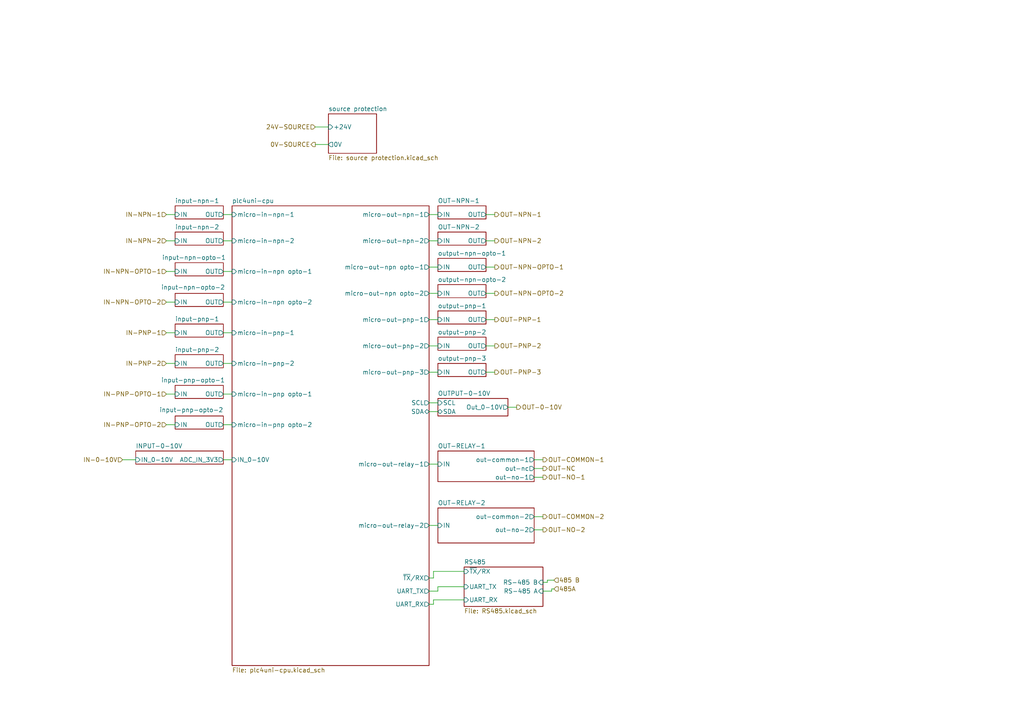
<source format=kicad_sch>
(kicad_sch
	(version 20250114)
	(generator "eeschema")
	(generator_version "9.0")
	(uuid "108a2b00-63fb-4531-b432-4e190b2d8ee6")
	(paper "A4")
	(lib_symbols)
	(wire
		(pts
			(xy 140.97 107.95) (xy 143.51 107.95)
		)
		(stroke
			(width 0)
			(type default)
		)
		(uuid "08e2428c-6899-469c-b433-cecf74bb0e9b")
	)
	(wire
		(pts
			(xy 127 170.18) (xy 127 171.45)
		)
		(stroke
			(width 0)
			(type default)
		)
		(uuid "0ad8ceee-e862-4164-aabe-42f7abf1c9da")
	)
	(wire
		(pts
			(xy 127 171.45) (xy 124.46 171.45)
		)
		(stroke
			(width 0)
			(type default)
		)
		(uuid "0bc66b4b-c60b-4d1b-a5df-c693a0d9e1f4")
	)
	(wire
		(pts
			(xy 64.77 96.52) (xy 67.31 96.52)
		)
		(stroke
			(width 0)
			(type default)
		)
		(uuid "0bc9b6be-5cdc-4ee6-8e0e-39d28396e47e")
	)
	(wire
		(pts
			(xy 140.97 62.23) (xy 143.51 62.23)
		)
		(stroke
			(width 0)
			(type default)
		)
		(uuid "12563cf5-327a-46d7-8d76-5d10a4101e4b")
	)
	(wire
		(pts
			(xy 154.94 149.86) (xy 157.48 149.86)
		)
		(stroke
			(width 0)
			(type default)
		)
		(uuid "1257bb80-4274-4699-8bf1-182e3d15f6d3")
	)
	(wire
		(pts
			(xy 160.02 170.815) (xy 160.655 170.815)
		)
		(stroke
			(width 0)
			(type default)
		)
		(uuid "13f9594a-cfd1-4f66-99c5-f5f16cf3cea6")
	)
	(wire
		(pts
			(xy 158.75 168.275) (xy 160.655 168.275)
		)
		(stroke
			(width 0)
			(type default)
		)
		(uuid "143898dd-b15e-4f3e-9aa2-1646f686d80e")
	)
	(wire
		(pts
			(xy 48.26 96.52) (xy 50.8 96.52)
		)
		(stroke
			(width 0)
			(type default)
		)
		(uuid "158c3a5d-6702-44e8-a264-b8c7b03699c8")
	)
	(wire
		(pts
			(xy 64.77 87.63) (xy 67.31 87.63)
		)
		(stroke
			(width 0)
			(type default)
		)
		(uuid "178b2a28-925c-4acd-abc2-0ee5f7035520")
	)
	(wire
		(pts
			(xy 124.46 107.95) (xy 127 107.95)
		)
		(stroke
			(width 0)
			(type default)
		)
		(uuid "1cbb8e10-156f-4d85-8142-74ad761bcc51")
	)
	(wire
		(pts
			(xy 35.56 133.35) (xy 39.37 133.35)
		)
		(stroke
			(width 0)
			(type default)
		)
		(uuid "1cd7e752-e3d8-4f5a-8357-a82c9483435c")
	)
	(wire
		(pts
			(xy 125.73 165.735) (xy 125.73 167.64)
		)
		(stroke
			(width 0)
			(type default)
		)
		(uuid "1d19c16a-0812-4cfb-b03f-5342692c784e")
	)
	(wire
		(pts
			(xy 124.46 152.4) (xy 127 152.4)
		)
		(stroke
			(width 0)
			(type default)
		)
		(uuid "1de3b157-452b-44ab-bf7b-28efd5ac835f")
	)
	(wire
		(pts
			(xy 140.97 77.47) (xy 143.51 77.47)
		)
		(stroke
			(width 0)
			(type default)
		)
		(uuid "1e9a1edc-150e-4a19-98d5-1e277596b6d5")
	)
	(wire
		(pts
			(xy 125.73 167.64) (xy 124.46 167.64)
		)
		(stroke
			(width 0)
			(type default)
		)
		(uuid "25add277-dd90-4646-81a4-9d3d9ba76d6b")
	)
	(wire
		(pts
			(xy 48.26 62.23) (xy 50.8 62.23)
		)
		(stroke
			(width 0)
			(type default)
		)
		(uuid "2ba707cf-9454-40a6-b7a1-1f0a61a364e0")
	)
	(wire
		(pts
			(xy 160.02 171.45) (xy 160.02 170.815)
		)
		(stroke
			(width 0)
			(type default)
		)
		(uuid "2e5928d2-f514-4e45-a79e-455ce574ec17")
	)
	(wire
		(pts
			(xy 124.46 134.62) (xy 127 134.62)
		)
		(stroke
			(width 0)
			(type default)
		)
		(uuid "30ebae37-a35d-40ca-8f6e-68888cc93512")
	)
	(wire
		(pts
			(xy 134.62 170.18) (xy 127 170.18)
		)
		(stroke
			(width 0)
			(type default)
		)
		(uuid "39de9695-cdb1-44c5-bd0a-b9fe0ca86a7a")
	)
	(wire
		(pts
			(xy 154.94 138.43) (xy 157.48 138.43)
		)
		(stroke
			(width 0)
			(type default)
		)
		(uuid "3e595b28-5351-4c03-8aad-36b17380d608")
	)
	(wire
		(pts
			(xy 157.48 168.91) (xy 158.75 168.91)
		)
		(stroke
			(width 0)
			(type default)
		)
		(uuid "43295e98-aa05-4892-bb1d-be08e4e90333")
	)
	(wire
		(pts
			(xy 158.75 168.91) (xy 158.75 168.275)
		)
		(stroke
			(width 0)
			(type default)
		)
		(uuid "43e584aa-6dd7-422e-a22d-68ba5a2535b7")
	)
	(wire
		(pts
			(xy 140.97 92.71) (xy 143.51 92.71)
		)
		(stroke
			(width 0)
			(type default)
		)
		(uuid "44a9a054-2aa7-49a2-9dae-043d62551458")
	)
	(wire
		(pts
			(xy 124.46 69.85) (xy 127 69.85)
		)
		(stroke
			(width 0)
			(type default)
		)
		(uuid "4548bc9c-ad10-4e5b-826c-e7409e4e790f")
	)
	(wire
		(pts
			(xy 157.48 171.45) (xy 160.02 171.45)
		)
		(stroke
			(width 0)
			(type default)
		)
		(uuid "46a2afbb-f90f-48c1-924a-d0506ce95fa6")
	)
	(wire
		(pts
			(xy 48.26 78.74) (xy 50.8 78.74)
		)
		(stroke
			(width 0)
			(type default)
		)
		(uuid "4794d94a-79b0-46e3-aec6-5e814c907279")
	)
	(wire
		(pts
			(xy 124.46 116.84) (xy 127 116.84)
		)
		(stroke
			(width 0)
			(type default)
		)
		(uuid "4bf20734-1be2-404a-bddc-1025872093ea")
	)
	(wire
		(pts
			(xy 154.94 133.35) (xy 157.48 133.35)
		)
		(stroke
			(width 0)
			(type default)
		)
		(uuid "4cca040e-80fa-49ba-aa86-e5ac502928ee")
	)
	(wire
		(pts
			(xy 64.77 62.23) (xy 67.31 62.23)
		)
		(stroke
			(width 0)
			(type default)
		)
		(uuid "5a447963-c15f-4bcb-96cb-c25007c782ed")
	)
	(wire
		(pts
			(xy 64.77 78.74) (xy 67.31 78.74)
		)
		(stroke
			(width 0)
			(type default)
		)
		(uuid "5a9c0d4a-7b0e-43a5-9a63-6afb1609f990")
	)
	(wire
		(pts
			(xy 48.26 114.3) (xy 50.8 114.3)
		)
		(stroke
			(width 0)
			(type default)
		)
		(uuid "696ab09e-ff9f-4bf2-a22a-d9255af69731")
	)
	(wire
		(pts
			(xy 125.73 173.99) (xy 125.73 175.26)
		)
		(stroke
			(width 0)
			(type default)
		)
		(uuid "7339c650-3b6e-4570-9de6-1564f5e145d7")
	)
	(wire
		(pts
			(xy 48.26 69.85) (xy 50.8 69.85)
		)
		(stroke
			(width 0)
			(type default)
		)
		(uuid "7921fd0d-8d7d-432f-8470-c5d0e7099288")
	)
	(wire
		(pts
			(xy 64.77 133.35) (xy 67.31 133.35)
		)
		(stroke
			(width 0)
			(type default)
		)
		(uuid "7929a673-d7da-428f-920a-55d1b53e0cf1")
	)
	(wire
		(pts
			(xy 91.44 36.83) (xy 95.25 36.83)
		)
		(stroke
			(width 0)
			(type default)
		)
		(uuid "898f87e9-a835-4f0e-b177-58727d678011")
	)
	(wire
		(pts
			(xy 134.62 165.735) (xy 125.73 165.735)
		)
		(stroke
			(width 0)
			(type default)
		)
		(uuid "8d3d337b-b69c-4cd7-bf05-7d938b66079e")
	)
	(wire
		(pts
			(xy 140.97 69.85) (xy 143.51 69.85)
		)
		(stroke
			(width 0)
			(type default)
		)
		(uuid "8d7da78e-0b0a-4552-a5ca-cda61331393a")
	)
	(wire
		(pts
			(xy 48.26 87.63) (xy 50.8 87.63)
		)
		(stroke
			(width 0)
			(type default)
		)
		(uuid "968714ba-ca63-4521-b43a-65acc23a71b8")
	)
	(wire
		(pts
			(xy 124.46 85.09) (xy 127 85.09)
		)
		(stroke
			(width 0)
			(type default)
		)
		(uuid "96b98948-c2fa-41e5-819a-41c5a80ba4d3")
	)
	(wire
		(pts
			(xy 64.77 69.85) (xy 67.31 69.85)
		)
		(stroke
			(width 0)
			(type default)
		)
		(uuid "9cb07727-1380-4578-ba1b-654046bd84fe")
	)
	(wire
		(pts
			(xy 124.46 77.47) (xy 127 77.47)
		)
		(stroke
			(width 0)
			(type default)
		)
		(uuid "adccb5f3-1075-44b6-8503-c4d6aea45c2d")
	)
	(wire
		(pts
			(xy 124.46 100.33) (xy 127 100.33)
		)
		(stroke
			(width 0)
			(type default)
		)
		(uuid "b27cac00-8686-4a5d-ae04-ca2f34ee2493")
	)
	(wire
		(pts
			(xy 154.94 135.89) (xy 157.48 135.89)
		)
		(stroke
			(width 0)
			(type default)
		)
		(uuid "b8487e61-b337-40d5-8957-40bd7822655d")
	)
	(wire
		(pts
			(xy 64.77 123.19) (xy 67.31 123.19)
		)
		(stroke
			(width 0)
			(type default)
		)
		(uuid "bdcf8fe9-7147-4b35-8eec-6abc4c7924c9")
	)
	(wire
		(pts
			(xy 124.46 92.71) (xy 127 92.71)
		)
		(stroke
			(width 0)
			(type default)
		)
		(uuid "bf8516f0-dbbb-4cb5-acf3-e3ee69112f21")
	)
	(wire
		(pts
			(xy 125.73 175.26) (xy 124.46 175.26)
		)
		(stroke
			(width 0)
			(type default)
		)
		(uuid "c1ae0077-e716-4e97-aa19-357f4a6a1018")
	)
	(wire
		(pts
			(xy 140.97 100.33) (xy 143.51 100.33)
		)
		(stroke
			(width 0)
			(type default)
		)
		(uuid "c2d76827-d02f-4b40-b818-46f3ae687ea3")
	)
	(wire
		(pts
			(xy 147.32 118.11) (xy 149.86 118.11)
		)
		(stroke
			(width 0)
			(type default)
		)
		(uuid "c5c94505-228a-48e2-8c16-36eb54e5427e")
	)
	(wire
		(pts
			(xy 134.62 173.99) (xy 125.73 173.99)
		)
		(stroke
			(width 0)
			(type default)
		)
		(uuid "c70f8b29-2398-4368-a730-632135fb31ce")
	)
	(wire
		(pts
			(xy 124.46 62.23) (xy 127 62.23)
		)
		(stroke
			(width 0)
			(type default)
		)
		(uuid "c9b0d4ae-dec2-4ad5-9952-4dd79948917b")
	)
	(wire
		(pts
			(xy 64.77 114.3) (xy 67.31 114.3)
		)
		(stroke
			(width 0)
			(type default)
		)
		(uuid "d04e8108-ce60-4d3c-8ae4-b7a6eaabdd32")
	)
	(wire
		(pts
			(xy 48.26 105.41) (xy 50.8 105.41)
		)
		(stroke
			(width 0)
			(type default)
		)
		(uuid "d236b918-a4cf-4b25-82ec-d2a08457c460")
	)
	(wire
		(pts
			(xy 64.77 105.41) (xy 67.31 105.41)
		)
		(stroke
			(width 0)
			(type default)
		)
		(uuid "db0d2875-be84-4dc8-8b6a-e9fe211b9788")
	)
	(wire
		(pts
			(xy 48.26 123.19) (xy 50.8 123.19)
		)
		(stroke
			(width 0)
			(type default)
		)
		(uuid "dde25f3f-93b4-450a-b490-8b4068e5ac09")
	)
	(wire
		(pts
			(xy 124.46 119.38) (xy 127 119.38)
		)
		(stroke
			(width 0)
			(type default)
		)
		(uuid "eb0e7eeb-1c74-4a55-9978-2adae03ca5f0")
	)
	(wire
		(pts
			(xy 140.97 85.09) (xy 143.51 85.09)
		)
		(stroke
			(width 0)
			(type default)
		)
		(uuid "ee9ac2f9-0c80-46c6-af96-c62ca1a393b1")
	)
	(wire
		(pts
			(xy 91.44 41.91) (xy 95.25 41.91)
		)
		(stroke
			(width 0)
			(type default)
		)
		(uuid "eec32aa8-83b1-40cb-bd7b-6f1bcd3d511d")
	)
	(wire
		(pts
			(xy 154.94 153.67) (xy 157.48 153.67)
		)
		(stroke
			(width 0)
			(type default)
		)
		(uuid "f70ebdc0-18b4-4f65-961d-714f21810c4f")
	)
	(hierarchical_label "OUT-NPN-2"
		(shape output)
		(at 143.51 69.85 0)
		(effects
			(font
				(size 1.27 1.27)
			)
			(justify left)
		)
		(uuid "04dd8a8c-00c6-4afd-9d1a-13d38bd4f80a")
	)
	(hierarchical_label "OUT-COMMON-2"
		(shape output)
		(at 157.48 149.86 0)
		(effects
			(font
				(size 1.27 1.27)
			)
			(justify left)
		)
		(uuid "099f9a67-722c-4dd1-b911-fcdf9276c5cb")
	)
	(hierarchical_label "IN-PNP-OPTO-1"
		(shape input)
		(at 48.26 114.3 180)
		(effects
			(font
				(size 1.27 1.27)
			)
			(justify right)
		)
		(uuid "0f667b4a-b49d-400b-b7b4-e94c028ba462")
	)
	(hierarchical_label "IN-NPN-2"
		(shape input)
		(at 48.26 69.85 180)
		(effects
			(font
				(size 1.27 1.27)
			)
			(justify right)
		)
		(uuid "13218d48-171d-4d2d-be0f-359b3d7a3581")
	)
	(hierarchical_label "IN-NPN-1"
		(shape input)
		(at 48.26 62.23 180)
		(effects
			(font
				(size 1.27 1.27)
			)
			(justify right)
		)
		(uuid "27d3d8ea-107a-4b51-a6c3-daa783575657")
	)
	(hierarchical_label "485 B"
		(shape input)
		(at 160.655 168.275 0)
		(effects
			(font
				(size 1.27 1.27)
			)
			(justify left)
		)
		(uuid "29fcefa1-bd12-457b-8b3b-a4e9fb865979")
	)
	(hierarchical_label "IN-0-10V"
		(shape input)
		(at 35.56 133.35 180)
		(effects
			(font
				(size 1.27 1.27)
			)
			(justify right)
		)
		(uuid "2e574e5e-e419-4e7c-baf0-4a2811283453")
	)
	(hierarchical_label "OUT-COMMON-1"
		(shape output)
		(at 157.48 133.35 0)
		(effects
			(font
				(size 1.27 1.27)
			)
			(justify left)
		)
		(uuid "455db09d-7043-4299-b828-072137c5c2ae")
	)
	(hierarchical_label "OUT-NC"
		(shape output)
		(at 157.48 135.89 0)
		(effects
			(font
				(size 1.27 1.27)
			)
			(justify left)
		)
		(uuid "46082926-8d46-4834-8118-3d73286a81df")
	)
	(hierarchical_label "485A"
		(shape input)
		(at 160.655 170.815 0)
		(effects
			(font
				(size 1.27 1.27)
			)
			(justify left)
		)
		(uuid "463c25ff-b115-4c5f-97fe-1bb7c64b27f4")
	)
	(hierarchical_label "OUT-NPN-OPTO-1"
		(shape output)
		(at 143.51 77.47 0)
		(effects
			(font
				(size 1.27 1.27)
			)
			(justify left)
		)
		(uuid "48e06bc6-04e0-4544-878e-4c81c91757fe")
	)
	(hierarchical_label "OUT-0-10V"
		(shape output)
		(at 149.86 118.11 0)
		(effects
			(font
				(size 1.27 1.27)
			)
			(justify left)
		)
		(uuid "5e3897b8-3e82-417d-a824-cd855fb85674")
	)
	(hierarchical_label "OUT-PNP-3"
		(shape output)
		(at 143.51 107.95 0)
		(effects
			(font
				(size 1.27 1.27)
			)
			(justify left)
		)
		(uuid "6f936573-07eb-4d38-8c32-b885b0a8811f")
	)
	(hierarchical_label "24V-SOURCE"
		(shape input)
		(at 91.44 36.83 180)
		(effects
			(font
				(size 1.27 1.27)
			)
			(justify right)
		)
		(uuid "831e0300-5462-496c-95f4-4b063dcb772c")
	)
	(hierarchical_label "OUT-PNP-1"
		(shape output)
		(at 143.51 92.71 0)
		(effects
			(font
				(size 1.27 1.27)
			)
			(justify left)
		)
		(uuid "85fb80e0-ab0e-4cd8-aadf-6b462f2e6c93")
	)
	(hierarchical_label "OUT-PNP-2"
		(shape output)
		(at 143.51 100.33 0)
		(effects
			(font
				(size 1.27 1.27)
			)
			(justify left)
		)
		(uuid "97e72727-4708-473d-9443-49ef980a787b")
	)
	(hierarchical_label "0V-SOURCE"
		(shape output)
		(at 91.44 41.91 180)
		(effects
			(font
				(size 1.27 1.27)
			)
			(justify right)
		)
		(uuid "99811977-8021-4f1f-8824-3bc4b0ae388b")
	)
	(hierarchical_label "IN-NPN-OPTO-2"
		(shape input)
		(at 48.26 87.63 180)
		(effects
			(font
				(size 1.27 1.27)
			)
			(justify right)
		)
		(uuid "ac9cbb6b-c95e-4cb5-828e-f797bf4a8b8d")
	)
	(hierarchical_label "OUT-NO-2"
		(shape output)
		(at 157.48 153.67 0)
		(effects
			(font
				(size 1.27 1.27)
			)
			(justify left)
		)
		(uuid "b078cb7a-aaf3-4dd5-b2cf-b690bebd6c9f")
	)
	(hierarchical_label "OUT-NPN-OPTO-2"
		(shape output)
		(at 143.51 85.09 0)
		(effects
			(font
				(size 1.27 1.27)
			)
			(justify left)
		)
		(uuid "c226bf1e-852f-4f78-81ea-3f4a319e192a")
	)
	(hierarchical_label "OUT-NPN-1"
		(shape output)
		(at 143.51 62.23 0)
		(effects
			(font
				(size 1.27 1.27)
			)
			(justify left)
		)
		(uuid "c65f5c53-74b8-442c-b16a-65bf3ead4f91")
	)
	(hierarchical_label "IN-NPN-OPTO-1"
		(shape input)
		(at 48.26 78.74 180)
		(effects
			(font
				(size 1.27 1.27)
			)
			(justify right)
		)
		(uuid "d1c7a64c-fb35-4b59-b312-a5986277c6f4")
	)
	(hierarchical_label "IN-PNP-1"
		(shape input)
		(at 48.26 96.52 180)
		(effects
			(font
				(size 1.27 1.27)
			)
			(justify right)
		)
		(uuid "d94b0989-1075-4ab8-b68a-010be4543fcd")
	)
	(hierarchical_label "OUT-NO-1"
		(shape output)
		(at 157.48 138.43 0)
		(effects
			(font
				(size 1.27 1.27)
			)
			(justify left)
		)
		(uuid "e15bf9b3-fa0c-4d47-8993-648a1b031fb9")
	)
	(hierarchical_label "IN-PNP-2"
		(shape input)
		(at 48.26 105.41 180)
		(effects
			(font
				(size 1.27 1.27)
			)
			(justify right)
		)
		(uuid "e3d563f9-f8bb-4dc5-a442-ccf1e2597ea3")
	)
	(hierarchical_label "IN-PNP-OPTO-2"
		(shape input)
		(at 48.26 123.19 180)
		(effects
			(font
				(size 1.27 1.27)
			)
			(justify right)
		)
		(uuid "f333045c-119a-46b5-8f05-5f218a91c4a2")
	)
	(sheet
		(at 127 67.31)
		(size 13.97 3.81)
		(exclude_from_sim no)
		(in_bom yes)
		(on_board yes)
		(dnp no)
		(fields_autoplaced yes)
		(stroke
			(width 0.1524)
			(type solid)
		)
		(fill
			(color 0 0 0 0.0000)
		)
		(uuid "0301c99c-e2fc-48a2-b28b-2cb1809d95a0")
		(property "Sheetname" "OUT-NPN-2"
			(at 127 66.5984 0)
			(effects
				(font
					(size 1.27 1.27)
				)
				(justify left bottom)
			)
		)
		(property "Sheetfile" "OUT-NPN-1.kicad_sch"
			(at 127 71.7046 0)
			(effects
				(font
					(size 1.27 1.27)
				)
				(justify left top)
				(hide yes)
			)
		)
		(pin "IN" input
			(at 127 69.85 180)
			(uuid "a18896dc-cb32-4db7-8687-9f3728bb7fc8")
			(effects
				(font
					(size 1.27 1.27)
				)
				(justify left)
			)
		)
		(pin "OUT" output
			(at 140.97 69.85 0)
			(uuid "e6f5c6d3-630f-455c-aa98-8af88349e1ea")
			(effects
				(font
					(size 1.27 1.27)
				)
				(justify right)
			)
		)
		(instances
			(project "PLC4Uni FelipeLG"
				(path "/65c875c0-73bd-43df-b6cd-4a685398cace/3b453a73-5bb7-4645-a7e8-6e186968fa05"
					(page "8")
				)
			)
		)
	)
	(sheet
		(at 127 90.17)
		(size 13.97 3.81)
		(exclude_from_sim no)
		(in_bom yes)
		(on_board yes)
		(dnp no)
		(fields_autoplaced yes)
		(stroke
			(width 0.1524)
			(type solid)
		)
		(fill
			(color 0 0 0 0.0000)
		)
		(uuid "08601dd5-d4a9-417f-ac60-8e7e9f1053de")
		(property "Sheetname" "output-pnp-1"
			(at 127 89.4584 0)
			(effects
				(font
					(size 1.27 1.27)
				)
				(justify left bottom)
			)
		)
		(property "Sheetfile" "output-pnp.kicad_sch"
			(at 127 94.5646 0)
			(effects
				(font
					(size 1.27 1.27)
				)
				(justify left top)
				(hide yes)
			)
		)
		(pin "IN" input
			(at 127 92.71 180)
			(uuid "e8b134bb-732e-4340-89cb-77e525085c4c")
			(effects
				(font
					(size 1.27 1.27)
				)
				(justify left)
			)
		)
		(pin "OUT" output
			(at 140.97 92.71 0)
			(uuid "8ef68b16-c40c-49a7-824f-8f070c61fa6a")
			(effects
				(font
					(size 1.27 1.27)
				)
				(justify right)
			)
		)
		(instances
			(project "PLC4Uni FelipeLG"
				(path "/65c875c0-73bd-43df-b6cd-4a685398cace/3b453a73-5bb7-4645-a7e8-6e186968fa05"
					(page "9")
				)
			)
		)
	)
	(sheet
		(at 50.8 85.09)
		(size 13.97 3.81)
		(exclude_from_sim no)
		(in_bom yes)
		(on_board yes)
		(dnp no)
		(stroke
			(width 0.1524)
			(type solid)
		)
		(fill
			(color 0 0 0 0.0000)
		)
		(uuid "18a5a959-934f-45c5-942a-0d3e3c8a5a1f")
		(property "Sheetname" "input-npn-opto-2"
			(at 46.736 84.074 0)
			(effects
				(font
					(size 1.27 1.27)
				)
				(justify left bottom)
			)
		)
		(property "Sheetfile" "input-npn-opto.kicad_sch"
			(at 50.8 89.4846 0)
			(effects
				(font
					(size 1.27 1.27)
				)
				(justify left top)
				(hide yes)
			)
		)
		(pin "IN" input
			(at 50.8 87.63 180)
			(uuid "3835b6cc-0e4a-4d95-af26-e96fed0c8e18")
			(effects
				(font
					(size 1.27 1.27)
				)
				(justify left)
			)
		)
		(pin "OUT" output
			(at 64.77 87.63 0)
			(uuid "d6cd4b91-267f-4ae7-8e0d-c502b186d6e9")
			(effects
				(font
					(size 1.27 1.27)
				)
				(justify right)
			)
		)
		(instances
			(project "PLC4Uni FelipeLG"
				(path "/65c875c0-73bd-43df-b6cd-4a685398cace/3b453a73-5bb7-4645-a7e8-6e186968fa05"
					(page "14")
				)
			)
		)
	)
	(sheet
		(at 50.8 111.76)
		(size 13.97 3.81)
		(exclude_from_sim no)
		(in_bom yes)
		(on_board yes)
		(dnp no)
		(stroke
			(width 0.1524)
			(type solid)
		)
		(fill
			(color 0 0 0 0.0000)
		)
		(uuid "2006756a-aab7-49c5-bc20-9cefa85464a4")
		(property "Sheetname" "input-pnp-opto-1"
			(at 46.736 110.998 0)
			(effects
				(font
					(size 1.27 1.27)
				)
				(justify left bottom)
			)
		)
		(property "Sheetfile" "input-pnp-opto.kicad_sch"
			(at 50.8 116.1546 0)
			(effects
				(font
					(size 1.27 1.27)
				)
				(justify left top)
				(hide yes)
			)
		)
		(pin "IN" input
			(at 50.8 114.3 180)
			(uuid "f1e8b415-a1f6-4a62-9b21-d2350fb91cd0")
			(effects
				(font
					(size 1.27 1.27)
				)
				(justify left)
			)
		)
		(pin "OUT" output
			(at 64.77 114.3 0)
			(uuid "0e797b3a-6240-49da-9c3b-5c2cf8ad33bd")
			(effects
				(font
					(size 1.27 1.27)
				)
				(justify right)
			)
		)
		(instances
			(project "PLC4Uni FelipeLG"
				(path "/65c875c0-73bd-43df-b6cd-4a685398cace/3b453a73-5bb7-4645-a7e8-6e186968fa05"
					(page "11")
				)
			)
		)
	)
	(sheet
		(at 39.37 130.81)
		(size 25.4 3.81)
		(exclude_from_sim no)
		(in_bom yes)
		(on_board yes)
		(dnp no)
		(fields_autoplaced yes)
		(stroke
			(width 0.1524)
			(type solid)
		)
		(fill
			(color 0 0 0 0.0000)
		)
		(uuid "26d79baa-0338-43a5-b3e5-bc5aeada5ecf")
		(property "Sheetname" "INPUT-0-10V"
			(at 39.37 130.0984 0)
			(effects
				(font
					(size 1.27 1.27)
				)
				(justify left bottom)
			)
		)
		(property "Sheetfile" "INPUT-0-10V.kicad_sch"
			(at 39.37 135.2046 0)
			(effects
				(font
					(size 1.27 1.27)
				)
				(justify left top)
				(hide yes)
			)
		)
		(pin "ADC_IN_3V3" output
			(at 64.77 133.35 0)
			(uuid "4e00bd7b-e18b-4415-a10a-66f00b58432d")
			(effects
				(font
					(size 1.27 1.27)
				)
				(justify right)
			)
		)
		(pin "IN_0-10V" input
			(at 39.37 133.35 180)
			(uuid "fa896d41-d7e0-4570-bb58-c6b03a4d8c55")
			(effects
				(font
					(size 1.27 1.27)
				)
				(justify left)
			)
		)
		(instances
			(project "PLC4Uni FelipeLG"
				(path "/65c875c0-73bd-43df-b6cd-4a685398cace/3b453a73-5bb7-4645-a7e8-6e186968fa05"
					(page "22")
				)
			)
		)
	)
	(sheet
		(at 50.8 59.69)
		(size 13.97 3.81)
		(exclude_from_sim no)
		(in_bom yes)
		(on_board yes)
		(dnp no)
		(fields_autoplaced yes)
		(stroke
			(width 0.1524)
			(type solid)
		)
		(fill
			(color 0 0 0 0.0000)
		)
		(uuid "2b288a7a-cc1f-443e-993d-9f7a4eb93332")
		(property "Sheetname" "input-npn-1"
			(at 50.8 58.9784 0)
			(effects
				(font
					(size 1.27 1.27)
				)
				(justify left bottom)
			)
		)
		(property "Sheetfile" "input-npn.kicad_sch"
			(at 50.8 64.0846 0)
			(effects
				(font
					(size 1.27 1.27)
				)
				(justify left top)
				(hide yes)
			)
		)
		(pin "IN" input
			(at 50.8 62.23 180)
			(uuid "1bdcd406-f07d-4cac-ae2e-ae5c190660fe")
			(effects
				(font
					(size 1.27 1.27)
				)
				(justify left)
			)
		)
		(pin "OUT" output
			(at 64.77 62.23 0)
			(uuid "ce023f8e-1828-400a-a6f8-e036a7771d00")
			(effects
				(font
					(size 1.27 1.27)
				)
				(justify right)
			)
		)
		(instances
			(project "PLC4Uni FelipeLG"
				(path "/65c875c0-73bd-43df-b6cd-4a685398cace/3b453a73-5bb7-4645-a7e8-6e186968fa05"
					(page "6")
				)
			)
		)
	)
	(sheet
		(at 127 130.81)
		(size 27.94 8.89)
		(exclude_from_sim no)
		(in_bom yes)
		(on_board yes)
		(dnp no)
		(fields_autoplaced yes)
		(stroke
			(width 0.1524)
			(type solid)
		)
		(fill
			(color 0 0 0 0.0000)
		)
		(uuid "300cbd4a-1c9e-448a-950a-bfd812e6e5a0")
		(property "Sheetname" "OUT-RELAY-1"
			(at 127 130.0984 0)
			(effects
				(font
					(size 1.27 1.27)
				)
				(justify left bottom)
			)
		)
		(property "Sheetfile" "OUT-RELAY-1.kicad_sch"
			(at 127 140.2846 0)
			(effects
				(font
					(size 1.27 1.27)
				)
				(justify left top)
				(hide yes)
			)
		)
		(pin "IN" input
			(at 127 134.62 180)
			(uuid "84041b24-cd78-44f0-acc0-dd0deef81c85")
			(effects
				(font
					(size 1.27 1.27)
				)
				(justify left)
			)
		)
		(pin "out-common-1" output
			(at 154.94 133.35 0)
			(uuid "1fa481a9-fdc1-4fb7-b1a8-f39a7807ebf3")
			(effects
				(font
					(size 1.27 1.27)
				)
				(justify right)
			)
		)
		(pin "out-nc" output
			(at 154.94 135.89 0)
			(uuid "95d1e681-efe6-4acf-b00b-53fb86c79bd9")
			(effects
				(font
					(size 1.27 1.27)
				)
				(justify right)
			)
		)
		(pin "out-no-1" output
			(at 154.94 138.43 0)
			(uuid "097b0a90-fee8-4097-a2dd-075fda7d696d")
			(effects
				(font
					(size 1.27 1.27)
				)
				(justify right)
			)
		)
		(instances
			(project "PLC4Uni FelipeLG"
				(path "/65c875c0-73bd-43df-b6cd-4a685398cace/3b453a73-5bb7-4645-a7e8-6e186968fa05"
					(page "22")
				)
			)
		)
	)
	(sheet
		(at 127 82.55)
		(size 13.97 3.81)
		(exclude_from_sim no)
		(in_bom yes)
		(on_board yes)
		(dnp no)
		(fields_autoplaced yes)
		(stroke
			(width 0.1524)
			(type solid)
		)
		(fill
			(color 0 0 0 0.0000)
		)
		(uuid "304245ed-3772-43ea-9156-20acc62cd04b")
		(property "Sheetname" "output-npn-opto-2"
			(at 127 81.8384 0)
			(effects
				(font
					(size 1.27 1.27)
				)
				(justify left bottom)
			)
		)
		(property "Sheetfile" "output-npn-opto.kicad_sch"
			(at 127 86.9446 0)
			(effects
				(font
					(size 1.27 1.27)
				)
				(justify left top)
				(hide yes)
			)
		)
		(pin "IN" input
			(at 127 85.09 180)
			(uuid "2e00b808-fa3a-42b5-aff6-5b6a866c497f")
			(effects
				(font
					(size 1.27 1.27)
				)
				(justify left)
			)
		)
		(pin "OUT" output
			(at 140.97 85.09 0)
			(uuid "3ec60d6d-778d-456f-acca-fe33addea918")
			(effects
				(font
					(size 1.27 1.27)
				)
				(justify right)
			)
		)
		(instances
			(project "PLC4Uni FelipeLG"
				(path "/65c875c0-73bd-43df-b6cd-4a685398cace/3b453a73-5bb7-4645-a7e8-6e186968fa05"
					(page "18")
				)
			)
		)
	)
	(sheet
		(at 127 147.32)
		(size 27.94 10.16)
		(exclude_from_sim no)
		(in_bom yes)
		(on_board yes)
		(dnp no)
		(fields_autoplaced yes)
		(stroke
			(width 0.1524)
			(type solid)
		)
		(fill
			(color 0 0 0 0.0000)
		)
		(uuid "389c123e-9538-4704-bdfd-eda3950b0dc6")
		(property "Sheetname" "OUT-RELAY-2"
			(at 127 146.6084 0)
			(effects
				(font
					(size 1.27 1.27)
				)
				(justify left bottom)
			)
		)
		(property "Sheetfile" "OUT-RELAY-2.kicad_sch"
			(at 127 158.0646 0)
			(effects
				(font
					(size 1.27 1.27)
				)
				(justify left top)
				(hide yes)
			)
		)
		(pin "IN" input
			(at 127 152.4 180)
			(uuid "389622e9-fbb7-45cb-980c-19a8d14d2e62")
			(effects
				(font
					(size 1.27 1.27)
				)
				(justify left)
			)
		)
		(pin "out-common-2" output
			(at 154.94 149.86 0)
			(uuid "df65d5dd-cd71-4ffc-a91f-389904008b60")
			(effects
				(font
					(size 1.27 1.27)
				)
				(justify right)
			)
		)
		(pin "out-no-2" output
			(at 154.94 153.67 0)
			(uuid "c0635e30-78cc-4cab-a58b-2aa1f622828e")
			(effects
				(font
					(size 1.27 1.27)
				)
				(justify right)
			)
		)
		(instances
			(project "PLC4Uni FelipeLG"
				(path "/65c875c0-73bd-43df-b6cd-4a685398cace/3b453a73-5bb7-4645-a7e8-6e186968fa05"
					(page "23")
				)
			)
		)
	)
	(sheet
		(at 127 105.41)
		(size 13.97 3.81)
		(exclude_from_sim no)
		(in_bom yes)
		(on_board yes)
		(dnp no)
		(fields_autoplaced yes)
		(stroke
			(width 0.1524)
			(type solid)
		)
		(fill
			(color 0 0 0 0.0000)
		)
		(uuid "3aaa579e-8be9-4ebd-978a-eaa385a6d1bd")
		(property "Sheetname" "output-pnp-3"
			(at 127 104.6984 0)
			(effects
				(font
					(size 1.27 1.27)
				)
				(justify left bottom)
			)
		)
		(property "Sheetfile" "output-pnp.kicad_sch"
			(at 127 109.8046 0)
			(effects
				(font
					(size 1.27 1.27)
				)
				(justify left top)
				(hide yes)
			)
		)
		(pin "IN" input
			(at 127 107.95 180)
			(uuid "4027d900-6d15-49ef-944c-b6fdf66f6f9c")
			(effects
				(font
					(size 1.27 1.27)
				)
				(justify left)
			)
		)
		(pin "OUT" output
			(at 140.97 107.95 0)
			(uuid "174512e0-2665-48ad-bc92-8854707891b1")
			(effects
				(font
					(size 1.27 1.27)
				)
				(justify right)
			)
		)
		(instances
			(project "PLC4Uni FelipeLG"
				(path "/65c875c0-73bd-43df-b6cd-4a685398cace/3b453a73-5bb7-4645-a7e8-6e186968fa05"
					(page "20")
				)
			)
		)
	)
	(sheet
		(at 50.8 76.2)
		(size 13.97 3.81)
		(exclude_from_sim no)
		(in_bom yes)
		(on_board yes)
		(dnp no)
		(stroke
			(width 0.1524)
			(type solid)
		)
		(fill
			(color 0 0 0 0.0000)
		)
		(uuid "3cd430b2-5f69-4494-bc7a-0defee76e210")
		(property "Sheetname" "input-npn-opto-1"
			(at 46.99 75.438 0)
			(effects
				(font
					(size 1.27 1.27)
				)
				(justify left bottom)
			)
		)
		(property "Sheetfile" "input-npn-opto.kicad_sch"
			(at 50.8 80.5946 0)
			(effects
				(font
					(size 1.27 1.27)
				)
				(justify left top)
				(hide yes)
			)
		)
		(pin "IN" input
			(at 50.8 78.74 180)
			(uuid "5281bbab-7d15-4b08-a049-c225c8a36d62")
			(effects
				(font
					(size 1.27 1.27)
				)
				(justify left)
			)
		)
		(pin "OUT" output
			(at 64.77 78.74 0)
			(uuid "b66bef81-97d0-4b84-b957-5c27edc05762")
			(effects
				(font
					(size 1.27 1.27)
				)
				(justify right)
			)
		)
		(instances
			(project "PLC4Uni FelipeLG"
				(path "/65c875c0-73bd-43df-b6cd-4a685398cace/3b453a73-5bb7-4645-a7e8-6e186968fa05"
					(page "10")
				)
			)
		)
	)
	(sheet
		(at 50.8 102.87)
		(size 13.97 3.81)
		(exclude_from_sim no)
		(in_bom yes)
		(on_board yes)
		(dnp no)
		(fields_autoplaced yes)
		(stroke
			(width 0.1524)
			(type solid)
		)
		(fill
			(color 0 0 0 0.0000)
		)
		(uuid "3fda5391-68ec-4247-925a-af66065cf103")
		(property "Sheetname" "input-pnp-2"
			(at 50.8 102.1584 0)
			(effects
				(font
					(size 1.27 1.27)
				)
				(justify left bottom)
			)
		)
		(property "Sheetfile" "input-pnp.kicad_sch"
			(at 50.8 107.2646 0)
			(effects
				(font
					(size 1.27 1.27)
				)
				(justify left top)
				(hide yes)
			)
		)
		(pin "IN" input
			(at 50.8 105.41 180)
			(uuid "b3a30f73-96e5-4190-9017-e4a864cd4819")
			(effects
				(font
					(size 1.27 1.27)
				)
				(justify left)
			)
		)
		(pin "OUT" output
			(at 64.77 105.41 0)
			(uuid "f1fbbd52-e721-4e48-aa39-03b616106947")
			(effects
				(font
					(size 1.27 1.27)
				)
				(justify right)
			)
		)
		(instances
			(project "PLC4Uni FelipeLG"
				(path "/65c875c0-73bd-43df-b6cd-4a685398cace/3b453a73-5bb7-4645-a7e8-6e186968fa05"
					(page "15")
				)
			)
		)
	)
	(sheet
		(at 127 97.79)
		(size 13.97 3.81)
		(exclude_from_sim no)
		(in_bom yes)
		(on_board yes)
		(dnp no)
		(fields_autoplaced yes)
		(stroke
			(width 0.1524)
			(type solid)
		)
		(fill
			(color 0 0 0 0.0000)
		)
		(uuid "48d5bd32-67a3-4006-82b9-c27ca88fb9f6")
		(property "Sheetname" "output-pnp-2"
			(at 127 97.0784 0)
			(effects
				(font
					(size 1.27 1.27)
				)
				(justify left bottom)
			)
		)
		(property "Sheetfile" "output-pnp.kicad_sch"
			(at 127 102.1846 0)
			(effects
				(font
					(size 1.27 1.27)
				)
				(justify left top)
				(hide yes)
			)
		)
		(pin "IN" input
			(at 127 100.33 180)
			(uuid "f7fbc486-6de5-4181-8ca8-c04542607063")
			(effects
				(font
					(size 1.27 1.27)
				)
				(justify left)
			)
		)
		(pin "OUT" output
			(at 140.97 100.33 0)
			(uuid "9c030957-c756-489f-b71d-cf11fe4d4fda")
			(effects
				(font
					(size 1.27 1.27)
				)
				(justify right)
			)
		)
		(instances
			(project "PLC4Uni FelipeLG"
				(path "/65c875c0-73bd-43df-b6cd-4a685398cace/3b453a73-5bb7-4645-a7e8-6e186968fa05"
					(page "19")
				)
			)
		)
	)
	(sheet
		(at 127 74.93)
		(size 13.97 3.81)
		(exclude_from_sim no)
		(in_bom yes)
		(on_board yes)
		(dnp no)
		(fields_autoplaced yes)
		(stroke
			(width 0.1524)
			(type solid)
		)
		(fill
			(color 0 0 0 0.0000)
		)
		(uuid "51c169c5-6841-4f27-afaa-a4e6455b756e")
		(property "Sheetname" "output-npn-opto-1"
			(at 127 74.2184 0)
			(effects
				(font
					(size 1.27 1.27)
				)
				(justify left bottom)
			)
		)
		(property "Sheetfile" "output-npn-opto.kicad_sch"
			(at 127 79.3246 0)
			(effects
				(font
					(size 1.27 1.27)
				)
				(justify left top)
				(hide yes)
			)
		)
		(pin "IN" input
			(at 127 77.47 180)
			(uuid "4647cda5-532d-4501-aae5-0693e7a337bb")
			(effects
				(font
					(size 1.27 1.27)
				)
				(justify left)
			)
		)
		(pin "OUT" output
			(at 140.97 77.47 0)
			(uuid "5816e244-d69a-4ccc-9212-79fd0d38c97f")
			(effects
				(font
					(size 1.27 1.27)
				)
				(justify right)
			)
		)
		(instances
			(project "PLC4Uni FelipeLG"
				(path "/65c875c0-73bd-43df-b6cd-4a685398cace/3b453a73-5bb7-4645-a7e8-6e186968fa05"
					(page "12")
				)
			)
		)
	)
	(sheet
		(at 67.31 59.69)
		(size 57.15 133.35)
		(exclude_from_sim no)
		(in_bom yes)
		(on_board yes)
		(dnp no)
		(fields_autoplaced yes)
		(stroke
			(width 0.1524)
			(type solid)
		)
		(fill
			(color 0 0 0 0.0000)
		)
		(uuid "677b1a53-9a61-4664-8076-5db4c5298998")
		(property "Sheetname" "plc4uni-cpu"
			(at 67.31 58.9784 0)
			(effects
				(font
					(size 1.27 1.27)
				)
				(justify left bottom)
			)
		)
		(property "Sheetfile" "plc4uni-cpu.kicad_sch"
			(at 67.31 193.6246 0)
			(effects
				(font
					(size 1.27 1.27)
				)
				(justify left top)
			)
		)
		(pin "micro-in-npn opto-1" input
			(at 67.31 78.74 180)
			(uuid "284dac0c-11a0-4e8c-bc29-83d5c376ca40")
			(effects
				(font
					(size 1.27 1.27)
				)
				(justify left)
			)
		)
		(pin "micro-in-npn opto-2" input
			(at 67.31 87.63 180)
			(uuid "190ab8dd-e9dd-4140-8980-b02de391965b")
			(effects
				(font
					(size 1.27 1.27)
				)
				(justify left)
			)
		)
		(pin "micro-in-npn-1" input
			(at 67.31 62.23 180)
			(uuid "8662fa85-9bac-4463-8aa7-499ba2baab7e")
			(effects
				(font
					(size 1.27 1.27)
				)
				(justify left)
			)
		)
		(pin "micro-in-npn-2" input
			(at 67.31 69.85 180)
			(uuid "16d090f5-3578-4e8e-aa7e-d1b506ba4697")
			(effects
				(font
					(size 1.27 1.27)
				)
				(justify left)
			)
		)
		(pin "micro-in-pnp opto-1" input
			(at 67.31 114.3 180)
			(uuid "edff27e0-b0d5-4af8-900a-99bc045bf003")
			(effects
				(font
					(size 1.27 1.27)
				)
				(justify left)
			)
		)
		(pin "micro-in-pnp opto-2" input
			(at 67.31 123.19 180)
			(uuid "2ff24111-27c1-418b-a8d6-9827cc0526b7")
			(effects
				(font
					(size 1.27 1.27)
				)
				(justify left)
			)
		)
		(pin "micro-in-pnp-1" input
			(at 67.31 96.52 180)
			(uuid "823ddaf2-ec26-48de-b89c-a090c75528e2")
			(effects
				(font
					(size 1.27 1.27)
				)
				(justify left)
			)
		)
		(pin "micro-in-pnp-2" input
			(at 67.31 105.41 180)
			(uuid "13cfd840-6132-4c3b-9e85-b1a142611297")
			(effects
				(font
					(size 1.27 1.27)
				)
				(justify left)
			)
		)
		(pin "micro-out-npn opto-1" output
			(at 124.46 77.47 0)
			(uuid "b3bad490-348d-4ef3-bd09-701a23e27ba2")
			(effects
				(font
					(size 1.27 1.27)
				)
				(justify right)
			)
		)
		(pin "micro-out-npn opto-2" output
			(at 124.46 85.09 0)
			(uuid "d3c16a16-08ae-4c01-954a-54a0e9cd42a5")
			(effects
				(font
					(size 1.27 1.27)
				)
				(justify right)
			)
		)
		(pin "micro-out-npn-1" output
			(at 124.46 62.23 0)
			(uuid "1f1b7960-7e55-49f1-9756-4aabbabaf67a")
			(effects
				(font
					(size 1.27 1.27)
				)
				(justify right)
			)
		)
		(pin "micro-out-npn-2" output
			(at 124.46 69.85 0)
			(uuid "e0d2cecb-6e60-4351-ac11-c0f19656bac6")
			(effects
				(font
					(size 1.27 1.27)
				)
				(justify right)
			)
		)
		(pin "micro-out-pnp-1" output
			(at 124.46 92.71 0)
			(uuid "e25d6b76-a76c-4c21-aded-db09bf0e418d")
			(effects
				(font
					(size 1.27 1.27)
				)
				(justify right)
			)
		)
		(pin "micro-out-pnp-2" output
			(at 124.46 100.33 0)
			(uuid "cc15eefb-579b-425e-9605-6f07160094ce")
			(effects
				(font
					(size 1.27 1.27)
				)
				(justify right)
			)
		)
		(pin "micro-out-pnp-3" output
			(at 124.46 107.95 0)
			(uuid "0a31e5a0-f7cf-469c-939e-2915b7879fb8")
			(effects
				(font
					(size 1.27 1.27)
				)
				(justify right)
			)
		)
		(pin "micro-out-relay-1" output
			(at 124.46 134.62 0)
			(uuid "52424143-7a23-4488-8299-a25bfe3fc81b")
			(effects
				(font
					(size 1.27 1.27)
				)
				(justify right)
			)
		)
		(pin "micro-out-relay-2" output
			(at 124.46 152.4 0)
			(uuid "c6618390-9c06-4578-a931-a86c7b44e68e")
			(effects
				(font
					(size 1.27 1.27)
				)
				(justify right)
			)
		)
		(pin "IN_0-10V" input
			(at 67.31 133.35 180)
			(uuid "241692e2-a9df-4416-a6b2-7110403338de")
			(effects
				(font
					(size 1.27 1.27)
				)
				(justify left)
			)
		)
		(pin "SCL" output
			(at 124.46 116.84 0)
			(uuid "e15579c0-36bc-4b34-aa9d-63170ee2539d")
			(effects
				(font
					(size 1.27 1.27)
				)
				(justify right)
			)
		)
		(pin "SDA" bidirectional
			(at 124.46 119.38 0)
			(uuid "1c001d72-28cc-4661-bf70-28a4e21750ad")
			(effects
				(font
					(size 1.27 1.27)
				)
				(justify right)
			)
		)
		(pin "UART_RX" output
			(at 124.46 175.26 0)
			(uuid "312b7fea-9056-46ca-b082-ef55766e814c")
			(effects
				(font
					(size 1.27 1.27)
				)
				(justify right)
			)
		)
		(pin "UART_TX" output
			(at 124.46 171.45 0)
			(uuid "3f6926b3-9f12-4cf0-b70b-511db18e03a6")
			(effects
				(font
					(size 1.27 1.27)
				)
				(justify right)
			)
		)
		(pin "~{TX}{slash}RX" output
			(at 124.46 167.64 0)
			(uuid "0c5c8965-1ab8-4425-ac47-58ed6fd77228")
			(effects
				(font
					(size 1.27 1.27)
				)
				(justify right)
			)
		)
		(instances
			(project "PLC4Uni FelipeLG"
				(path "/65c875c0-73bd-43df-b6cd-4a685398cace/3b453a73-5bb7-4645-a7e8-6e186968fa05"
					(page "4")
				)
			)
		)
	)
	(sheet
		(at 50.8 120.65)
		(size 13.97 3.81)
		(exclude_from_sim no)
		(in_bom yes)
		(on_board yes)
		(dnp no)
		(stroke
			(width 0.1524)
			(type solid)
		)
		(fill
			(color 0 0 0 0.0000)
		)
		(uuid "bb43bc0c-30de-472b-b8df-e649003c6193")
		(property "Sheetname" "input-pnp-opto-2"
			(at 46.228 119.634 0)
			(effects
				(font
					(size 1.27 1.27)
				)
				(justify left bottom)
			)
		)
		(property "Sheetfile" "input-pnp-opto.kicad_sch"
			(at 50.8 125.0446 0)
			(effects
				(font
					(size 1.27 1.27)
				)
				(justify left top)
				(hide yes)
			)
		)
		(pin "IN" input
			(at 50.8 123.19 180)
			(uuid "b6a3d343-82e2-420b-9154-dd7515f23744")
			(effects
				(font
					(size 1.27 1.27)
				)
				(justify left)
			)
		)
		(pin "OUT" output
			(at 64.77 123.19 0)
			(uuid "c6df9f0c-09f2-45a8-8538-1553f75062d9")
			(effects
				(font
					(size 1.27 1.27)
				)
				(justify right)
			)
		)
		(instances
			(project "PLC4Uni FelipeLG"
				(path "/65c875c0-73bd-43df-b6cd-4a685398cace/3b453a73-5bb7-4645-a7e8-6e186968fa05"
					(page "16")
				)
			)
		)
	)
	(sheet
		(at 50.8 93.98)
		(size 13.97 3.81)
		(exclude_from_sim no)
		(in_bom yes)
		(on_board yes)
		(dnp no)
		(fields_autoplaced yes)
		(stroke
			(width 0.1524)
			(type solid)
		)
		(fill
			(color 0 0 0 0.0000)
		)
		(uuid "bf649f5a-c2ab-4302-9c45-5b956e1bc781")
		(property "Sheetname" "input-pnp-1"
			(at 50.8 93.2684 0)
			(effects
				(font
					(size 1.27 1.27)
				)
				(justify left bottom)
			)
		)
		(property "Sheetfile" "input-pnp.kicad_sch"
			(at 50.8 98.3746 0)
			(effects
				(font
					(size 1.27 1.27)
				)
				(justify left top)
				(hide yes)
			)
		)
		(pin "IN" input
			(at 50.8 96.52 180)
			(uuid "56b985c4-8c62-4b24-b235-b4f3acbe7a9b")
			(effects
				(font
					(size 1.27 1.27)
				)
				(justify left)
			)
		)
		(pin "OUT" output
			(at 64.77 96.52 0)
			(uuid "3f18741c-dae4-4927-874e-58150b3f34c8")
			(effects
				(font
					(size 1.27 1.27)
				)
				(justify right)
			)
		)
		(instances
			(project "PLC4Uni FelipeLG"
				(path "/65c875c0-73bd-43df-b6cd-4a685398cace/3b453a73-5bb7-4645-a7e8-6e186968fa05"
					(page "7")
				)
			)
		)
	)
	(sheet
		(at 127 115.57)
		(size 20.32 5.08)
		(exclude_from_sim no)
		(in_bom yes)
		(on_board yes)
		(dnp no)
		(fields_autoplaced yes)
		(stroke
			(width 0.1524)
			(type solid)
		)
		(fill
			(color 0 0 0 0.0000)
		)
		(uuid "cb3f1452-6c69-43d9-8153-9dbf3dca2d0d")
		(property "Sheetname" "OUTPUT-0-10V"
			(at 127 114.8584 0)
			(effects
				(font
					(size 1.27 1.27)
				)
				(justify left bottom)
			)
		)
		(property "Sheetfile" "OUTPUT-0-10V.kicad_sch"
			(at 127 121.2346 0)
			(effects
				(font
					(size 1.27 1.27)
				)
				(justify left top)
				(hide yes)
			)
		)
		(pin "Out_0-10V" output
			(at 147.32 118.11 0)
			(uuid "d762175b-96b0-4543-a9e8-0c9b21b5f25b")
			(effects
				(font
					(size 1.27 1.27)
				)
				(justify right)
			)
		)
		(pin "SCL" input
			(at 127 116.84 180)
			(uuid "1052df9c-e8b2-482d-bb4a-53630a9a03a2")
			(effects
				(font
					(size 1.27 1.27)
				)
				(justify left)
			)
		)
		(pin "SDA" bidirectional
			(at 127 119.38 180)
			(uuid "5af56a86-7bd8-4296-a6f4-40b8b93c41d8")
			(effects
				(font
					(size 1.27 1.27)
				)
				(justify left)
			)
		)
		(instances
			(project "PLC4Uni FelipeLG"
				(path "/65c875c0-73bd-43df-b6cd-4a685398cace/3b453a73-5bb7-4645-a7e8-6e186968fa05"
					(page "23")
				)
			)
		)
	)
	(sheet
		(at 50.8 67.31)
		(size 13.97 3.81)
		(exclude_from_sim no)
		(in_bom yes)
		(on_board yes)
		(dnp no)
		(fields_autoplaced yes)
		(stroke
			(width 0.1524)
			(type solid)
		)
		(fill
			(color 0 0 0 0.0000)
		)
		(uuid "cd55effb-790d-42d9-83a5-ffdce689eed1")
		(property "Sheetname" "input-npn-2"
			(at 50.8 66.5984 0)
			(effects
				(font
					(size 1.27 1.27)
				)
				(justify left bottom)
			)
		)
		(property "Sheetfile" "input-npn.kicad_sch"
			(at 50.8 71.7046 0)
			(effects
				(font
					(size 1.27 1.27)
				)
				(justify left top)
				(hide yes)
			)
		)
		(pin "IN" input
			(at 50.8 69.85 180)
			(uuid "43437c1f-821a-47b7-b0b1-2cbe05807396")
			(effects
				(font
					(size 1.27 1.27)
				)
				(justify left)
			)
		)
		(pin "OUT" output
			(at 64.77 69.85 0)
			(uuid "ff0567f5-abfd-41c5-a41a-6a1f4b1fb7a6")
			(effects
				(font
					(size 1.27 1.27)
				)
				(justify right)
			)
		)
		(instances
			(project "PLC4Uni FelipeLG"
				(path "/65c875c0-73bd-43df-b6cd-4a685398cace/3b453a73-5bb7-4645-a7e8-6e186968fa05"
					(page "13")
				)
			)
		)
	)
	(sheet
		(at 134.62 164.465)
		(size 22.86 11.43)
		(exclude_from_sim no)
		(in_bom yes)
		(on_board yes)
		(dnp no)
		(fields_autoplaced yes)
		(stroke
			(width 0.1524)
			(type solid)
		)
		(fill
			(color 0 0 0 0.0000)
		)
		(uuid "d7c138f5-2714-4755-97f8-6c3994f45581")
		(property "Sheetname" "RS485"
			(at 134.62 163.7534 0)
			(effects
				(font
					(size 1.27 1.27)
				)
				(justify left bottom)
			)
		)
		(property "Sheetfile" "RS485.kicad_sch"
			(at 134.62 176.4796 0)
			(effects
				(font
					(size 1.27 1.27)
				)
				(justify left top)
			)
		)
		(property "Field2" ""
			(at 134.62 164.465 0)
			(effects
				(font
					(size 1.27 1.27)
				)
			)
		)
		(pin "RS-485 A" input
			(at 157.48 171.45 0)
			(uuid "18beb0ca-3c77-425b-af79-448f1eca33d8")
			(effects
				(font
					(size 1.27 1.27)
				)
				(justify right)
			)
		)
		(pin "RS-485 B" input
			(at 157.48 168.91 0)
			(uuid "5a81b0c7-2d10-4456-a10c-5f6a87ad11ad")
			(effects
				(font
					(size 1.27 1.27)
				)
				(justify right)
			)
		)
		(pin "UART_RX" input
			(at 134.62 173.99 180)
			(uuid "ac2f53de-c799-4261-a90a-276b29639b42")
			(effects
				(font
					(size 1.27 1.27)
				)
				(justify left)
			)
		)
		(pin "UART_TX" input
			(at 134.62 170.18 180)
			(uuid "5d1b902e-a47a-4a2b-9f98-153d3604a21d")
			(effects
				(font
					(size 1.27 1.27)
				)
				(justify left)
			)
		)
		(pin "~{TX}{slash}RX" input
			(at 134.62 165.735 180)
			(uuid "4aa90fdb-2fb2-4f1d-882c-7e5600134b41")
			(effects
				(font
					(size 1.27 1.27)
				)
				(justify left)
			)
		)
		(instances
			(project "PLC4Uni FelipeLG"
				(path "/65c875c0-73bd-43df-b6cd-4a685398cace/3b453a73-5bb7-4645-a7e8-6e186968fa05"
					(page "3")
				)
			)
		)
	)
	(sheet
		(at 95.25 33.02)
		(size 13.97 11.43)
		(exclude_from_sim no)
		(in_bom yes)
		(on_board yes)
		(dnp no)
		(fields_autoplaced yes)
		(stroke
			(width 0.1524)
			(type solid)
		)
		(fill
			(color 0 0 0 0.0000)
		)
		(uuid "de35c4cd-dec3-4999-96c6-2b4bc5552c34")
		(property "Sheetname" "source protection"
			(at 95.25 32.3084 0)
			(effects
				(font
					(size 1.27 1.27)
				)
				(justify left bottom)
			)
		)
		(property "Sheetfile" "source protection.kicad_sch"
			(at 95.25 45.0346 0)
			(effects
				(font
					(size 1.27 1.27)
				)
				(justify left top)
			)
		)
		(pin "+24V" input
			(at 95.25 36.83 180)
			(uuid "2c84f9e8-4790-4870-bc8d-accfa5c8b4db")
			(effects
				(font
					(size 1.27 1.27)
				)
				(justify left)
			)
		)
		(pin "0V" output
			(at 95.25 41.91 180)
			(uuid "728bbdfd-dc88-4185-980a-cfcdc38bba1a")
			(effects
				(font
					(size 1.27 1.27)
				)
				(justify left)
			)
		)
		(instances
			(project "PLC4Uni FelipeLG"
				(path "/65c875c0-73bd-43df-b6cd-4a685398cace/3b453a73-5bb7-4645-a7e8-6e186968fa05"
					(page "21")
				)
			)
		)
	)
	(sheet
		(at 127 59.69)
		(size 13.97 3.81)
		(exclude_from_sim no)
		(in_bom yes)
		(on_board yes)
		(dnp no)
		(fields_autoplaced yes)
		(stroke
			(width 0.1524)
			(type solid)
		)
		(fill
			(color 0 0 0 0.0000)
		)
		(uuid "df4d481e-cf6b-4768-8155-8dc78f281dec")
		(property "Sheetname" "OUT-NPN-1"
			(at 127 58.9784 0)
			(effects
				(font
					(size 1.27 1.27)
				)
				(justify left bottom)
			)
		)
		(property "Sheetfile" "OUT-NPN-1.kicad_sch"
			(at 127 64.0846 0)
			(effects
				(font
					(size 1.27 1.27)
				)
				(justify left top)
				(hide yes)
			)
		)
		(pin "IN" input
			(at 127 62.23 180)
			(uuid "0ab734f1-30be-4974-8fcd-3a78a1a53ef3")
			(effects
				(font
					(size 1.27 1.27)
				)
				(justify left)
			)
		)
		(pin "OUT" output
			(at 140.97 62.23 0)
			(uuid "a5228d53-d219-4d18-b50f-84a0778c6ad3")
			(effects
				(font
					(size 1.27 1.27)
				)
				(justify right)
			)
		)
		(instances
			(project "PLC4Uni FelipeLG"
				(path "/65c875c0-73bd-43df-b6cd-4a685398cace/3b453a73-5bb7-4645-a7e8-6e186968fa05"
					(page "19")
				)
			)
		)
	)
)

</source>
